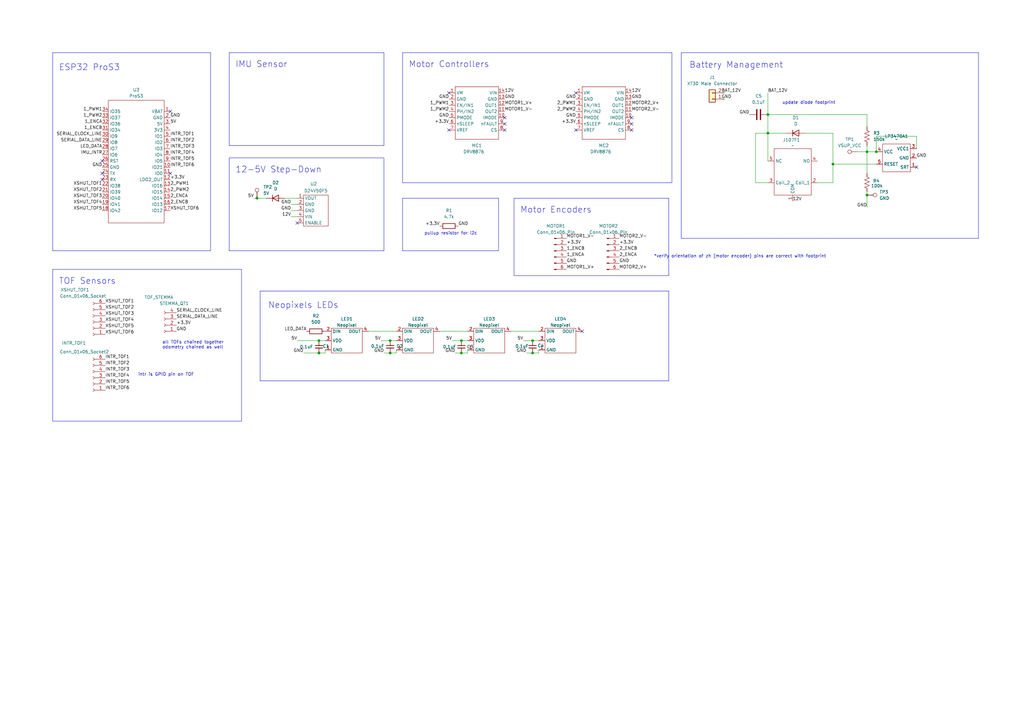
<source format=kicad_sch>
(kicad_sch (version 20231120) (generator "eeschema") (generator_version "8.0")
  (paper "A3")
  (lib_symbols
    (symbol "Bat_lib:LP3470A"
      (property "Reference" "U" (at 0 0 0))
      (symbol "LP3470A_0_1"
        (rectangle (start -5.08 -1.905) (end 6.35 -13.335))
      )
      (symbol "LP3470A_1_1"
        (pin input line (at -7.62 -3.81 0) (length 2.54) (name "SRT") (number "1"))
        (pin input line (at -7.62 -7.62 0) (length 2.54) (name "GND") (number "2"))
        (pin input line (at -7.62 -11.43 0) (length 2.54) (name "VCC1") (number "3"))
        (pin input line (at 8.89 -10.16 180) (length 2.54) (name "VCC") (number "4"))
        (pin input line (at 8.89 -5.08 180) (length 2.54) (name "RESET") (number "5"))
      )
    )
    (symbol "Connector:Conn_01x04_Socket" (pin_names (offset 1.016) hide)
      (property "Reference" "J" (at 0 5.08 0))
      (property "Value" "Conn_01x04_Socket" (at 0 -7.62 0))
      (symbol "Conn_01x04_Socket_1_1"
        (arc (start 0 -4.572) (mid -0.5058 -5.08) (end 0 -5.588) (stroke (width 0.1524)))
        (arc (start 0 -2.032) (mid -0.5058 -2.54) (end 0 -3.048) (stroke (width 0.1524)))
        (polyline (pts (xy -1.27 -5.08) (xy -0.508 -5.08)) (stroke (width 0.1524)))
        (polyline (pts (xy -1.27 -2.54) (xy -0.508 -2.54)) (stroke (width 0.1524)))
        (polyline (pts (xy -1.27 0) (xy -0.508 0)) (stroke (width 0.1524)))
        (polyline (pts (xy -1.27 2.54) (xy -0.508 2.54)) (stroke (width 0.1524)))
        (arc (start 0 0.508) (mid -0.5058 0) (end 0 -0.508) (stroke (width 0.1524)))
        (arc (start 0 3.048) (mid -0.5058 2.54) (end 0 2.032) (stroke (width 0.1524)))
        (pin passive line (at -5.08 2.54 0) (length 3.81) (name "Pin_1") (number "1"))
        (pin passive line (at -5.08 0 0) (length 3.81) (name "Pin_2") (number "2"))
        (pin passive line (at -5.08 -2.54 0) (length 3.81) (name "Pin_3") (number "3"))
        (pin passive line (at -5.08 -5.08 0) (length 3.81) (name "Pin_4") (number "4"))
      )
    )
    (symbol "Connector:Conn_01x06_Pin" (pin_names (offset 1.016) hide)
      (property "Reference" "J" (at 0 7.62 0))
      (property "Value" "Conn_01x06_Pin" (at 0 -10.16 0))
      (symbol "Conn_01x06_Pin_1_1"
        (polyline (pts (xy 1.27 -7.62) (xy 0.8636 -7.62)) (stroke (width 0.1524)))
        (polyline (pts (xy 1.27 -5.08) (xy 0.8636 -5.08)) (stroke (width 0.1524)))
        (polyline (pts (xy 1.27 -2.54) (xy 0.8636 -2.54)) (stroke (width 0.1524)))
        (polyline (pts (xy 1.27 0) (xy 0.8636 0)) (stroke (width 0.1524)))
        (polyline (pts (xy 1.27 2.54) (xy 0.8636 2.54)) (stroke (width 0.1524)))
        (polyline (pts (xy 1.27 5.08) (xy 0.8636 5.08)) (stroke (width 0.1524)))
        (rectangle (start 0.8636 -7.493) (end 0 -7.747) (stroke (width 0.1524)) (fill (type outline)))
        (rectangle (start 0.8636 -4.953) (end 0 -5.207) (stroke (width 0.1524)) (fill (type outline)))
        (rectangle (start 0.8636 -2.413) (end 0 -2.667) (stroke (width 0.1524)) (fill (type outline)))
        (rectangle (start 0.8636 0.127) (end 0 -0.127) (stroke (width 0.1524)) (fill (type outline)))
        (rectangle (start 0.8636 2.667) (end 0 2.413) (stroke (width 0.1524)) (fill (type outline)))
        (rectangle (start 0.8636 5.207) (end 0 4.953) (stroke (width 0.1524)) (fill (type outline)))
        (pin passive line (at 5.08 5.08 180) (length 3.81) (name "Pin_1") (number "1"))
        (pin passive line (at 5.08 2.54 180) (length 3.81) (name "Pin_2") (number "2"))
        (pin passive line (at 5.08 0 180) (length 3.81) (name "Pin_3") (number "3"))
        (pin passive line (at 5.08 -2.54 180) (length 3.81) (name "Pin_4") (number "4"))
        (pin passive line (at 5.08 -5.08 180) (length 3.81) (name "Pin_5") (number "5"))
        (pin passive line (at 5.08 -7.62 180) (length 3.81) (name "Pin_6") (number "6"))
      )
    )
    (symbol "Connector:Conn_01x06_Socket" (pin_names (offset 1.016) hide)
      (property "Reference" "J" (at 0 7.62 0))
      (property "Value" "Conn_01x06_Socket" (at 0 -10.16 0))
      (symbol "Conn_01x06_Socket_1_1"
        (arc (start 0 -7.112) (mid -0.5058 -7.62) (end 0 -8.128) (stroke (width 0.1524)))
        (arc (start 0 -4.572) (mid -0.5058 -5.08) (end 0 -5.588) (stroke (width 0.1524)))
        (arc (start 0 -2.032) (mid -0.5058 -2.54) (end 0 -3.048) (stroke (width 0.1524)))
        (polyline (pts (xy -1.27 -7.62) (xy -0.508 -7.62)) (stroke (width 0.1524)))
        (polyline (pts (xy -1.27 -5.08) (xy -0.508 -5.08)) (stroke (width 0.1524)))
        (polyline (pts (xy -1.27 -2.54) (xy -0.508 -2.54)) (stroke (width 0.1524)))
        (polyline (pts (xy -1.27 0) (xy -0.508 0)) (stroke (width 0.1524)))
        (polyline (pts (xy -1.27 2.54) (xy -0.508 2.54)) (stroke (width 0.1524)))
        (polyline (pts (xy -1.27 5.08) (xy -0.508 5.08)) (stroke (width 0.1524)))
        (arc (start 0 0.508) (mid -0.5058 0) (end 0 -0.508) (stroke (width 0.1524)))
        (arc (start 0 3.048) (mid -0.5058 2.54) (end 0 2.032) (stroke (width 0.1524)))
        (arc (start 0 5.588) (mid -0.5058 5.08) (end 0 4.572) (stroke (width 0.1524)))
        (pin passive line (at -5.08 5.08 0) (length 3.81) (name "Pin_1") (number "1"))
        (pin passive line (at -5.08 2.54 0) (length 3.81) (name "Pin_2") (number "2"))
        (pin passive line (at -5.08 0 0) (length 3.81) (name "Pin_3") (number "3"))
        (pin passive line (at -5.08 -2.54 0) (length 3.81) (name "Pin_4") (number "4"))
        (pin passive line (at -5.08 -5.08 0) (length 3.81) (name "Pin_5") (number "5"))
        (pin passive line (at -5.08 -7.62 0) (length 3.81) (name "Pin_6") (number "6"))
      )
    )
    (symbol "Connector:TestPoint" (pin_numbers hide) (pin_names (offset 0.762) hide)
      (property "Reference" "TP" (at 0 6.858 0))
      (property "Value" "TestPoint" (at 0 5.08 0))
      (symbol "TestPoint_0_1"
        (circle (center 0 3.302) (radius 0.762))
      )
      (symbol "TestPoint_1_1"
        (pin passive line (at 0 0 90) (length 2.54) (name "1") (number "1"))
      )
    )
    (symbol "Connector_Generic:Conn_01x02" (pin_names (offset 1.016) hide)
      (property "Reference" "J" (at 0 2.54 0))
      (property "Value" "Conn_01x02" (at 0 -5.08 0))
      (symbol "Conn_01x02_1_1"
        (rectangle (start -1.27 -2.413) (end 0 -2.667) (stroke (width 0.1524)))
        (rectangle (start -1.27 0.127) (end 0 -0.127) (stroke (width 0.1524)))
        (rectangle (start -1.27 1.27) (end 1.27 -3.81) (stroke (width 0.254)) (fill (type background)))
        (pin passive line (at -5.08 0 0) (length 3.81) (name "Pin_1") (number "1"))
        (pin passive line (at -5.08 -2.54 0) (length 3.81) (name "Pin_2") (number "2"))
      )
    )
    (symbol "Device:C" (pin_numbers hide) (pin_names (offset 0.254))
      (property "Reference" "C" (at 0.635 2.54 0))
      (property "Value" "C" (at 0.635 -2.54 0))
      (symbol "C_0_1"
        (polyline (pts (xy -2.032 -0.762) (xy 2.032 -0.762)) (stroke (width 0.508)))
        (polyline (pts (xy -2.032 0.762) (xy 2.032 0.762)) (stroke (width 0.508)))
      )
      (symbol "C_1_1"
        (pin passive line (at 0 3.81 270) (length 2.794) (name "~") (number "1"))
        (pin passive line (at 0 -3.81 90) (length 2.794) (name "~") (number "2"))
      )
    )
    (symbol "Device:C_Small" (pin_numbers hide) (pin_names (offset 0.254) hide)
      (property "Reference" "C" (at 0.254 1.778 0))
      (property "Value" "C_Small" (at 0.254 -2.032 0))
      (symbol "C_Small_0_1"
        (polyline (pts (xy -1.524 -0.508) (xy 1.524 -0.508)) (stroke (width 0.3302)))
        (polyline (pts (xy -1.524 0.508) (xy 1.524 0.508)) (stroke (width 0.3048)))
      )
      (symbol "C_Small_1_1"
        (pin passive line (at 0 2.54 270) (length 2.032) (name "~") (number "1"))
        (pin passive line (at 0 -2.54 90) (length 2.032) (name "~") (number "2"))
      )
    )
    (symbol "Device:D" (pin_numbers hide) (pin_names (offset 1.016) hide)
      (property "Reference" "D" (at 0 2.54 0))
      (property "Value" "D" (at 0 -2.54 0))
      (symbol "D_0_1"
        (polyline (pts (xy -1.27 1.27) (xy -1.27 -1.27)) (stroke (width 0.254)))
        (polyline (pts (xy 1.27 0) (xy -1.27 0)))
        (polyline (pts (xy 1.27 1.27) (xy 1.27 -1.27) (xy -1.27 0) (xy 1.27 1.27)) (stroke (width 0.254)))
      )
      (symbol "D_1_1"
        (pin passive line (at -3.81 0 0) (length 2.54) (name "K") (number "1"))
        (pin passive line (at 3.81 0 180) (length 2.54) (name "A") (number "2"))
      )
    )
    (symbol "Device:R" (pin_numbers hide) (pin_names (offset 0))
      (property "Reference" "R" (at 2.032 0 90))
      (property "Value" "R" (at 0 0 90))
      (symbol "R_0_1"
        (rectangle (start -1.016 -2.54) (end 1.016 2.54) (stroke (width 0.254)))
      )
      (symbol "R_1_1"
        (pin passive line (at 0 3.81 270) (length 1.27) (name "~") (number "1"))
        (pin passive line (at 0 -3.81 90) (length 1.27) (name "~") (number "2"))
      )
    )
    (symbol "Device:R_US" (pin_numbers hide) (pin_names (offset 0))
      (property "Reference" "R" (at 2.54 0 90))
      (property "Value" "R_US" (at -2.54 0 90))
      (symbol "R_US_0_1"
        (polyline (pts (xy 0 -2.286) (xy 0 -2.54)))
        (polyline (pts (xy 0 2.286) (xy 0 2.54)))
        (polyline (pts (xy 0 -0.762) (xy 1.016 -1.143) (xy 0 -1.524) (xy -1.016 -1.905) (xy 0 -2.286)))
        (polyline (pts (xy 0 0.762) (xy 1.016 0.381) (xy 0 0) (xy -1.016 -0.381) (xy 0 -0.762)))
        (polyline (pts (xy 0 2.286) (xy 1.016 1.905) (xy 0 1.524) (xy -1.016 1.143) (xy 0 0.762)))
      )
      (symbol "R_US_1_1"
        (pin passive line (at 0 3.81 270) (length 1.27) (name "~") (number "1"))
        (pin passive line (at 0 -3.81 90) (length 1.27) (name "~") (number "2"))
      )
    )
    (symbol "Neopixel_1"
      (property "Reference" "LED" (at 0 0 0))
      (symbol "Neopixel_1_0_1"
        (rectangle (start -6.35 -2.54) (end 6.35 -12.7))
      )
      (symbol "Neopixel_1_1_1"
        (pin input line (at -8.89 -11.43 0) (length 2.54) (name "GND") (number "1"))
        (pin input line (at -8.89 -3.81 0) (length 2.54) (name "DIN") (number "2"))
        (pin input line (at -8.89 -7.62 0) (length 2.54) (name "VDD") (number "3"))
        (pin input line (at 8.89 -3.81 180) (length 2.54) (name "DOUT") (number "4"))
      )
    )
    (symbol "board1_libs:D24V50F5"
      (property "Reference" "U" (at 0 2.54 0))
      (property "Value" "D24V50F5" (at 0 5.08 0))
      (symbol "D24V50F5_0_1"
        (rectangle (start -5.08 1.27) (end 5.08 -11.43))
      )
      (symbol "D24V50F5_1_1"
        (pin output line (at -7.62 0 0) (length 2.54) (name "VOUT") (number "1"))
        (pin output line (at -7.62 -2.54 0) (length 2.54) (name "GND") (number "2"))
        (pin output line (at -7.62 -5.08 0) (length 2.54) (name "GND") (number "3"))
        (pin input line (at -7.62 -7.62 0) (length 2.54) (name "VIN") (number "4"))
        (pin input line (at -7.62 -10.16 0) (length 2.54) (name "ENABLE") (number "5"))
      )
    )
    (symbol "board1_libs:DRV8876"
      (property "Reference" "U" (at 2.54 3.81 0))
      (property "Value" "DRV8876" (at 2.54 6.35 0))
      (symbol "DRV8876_0_1"
        (rectangle (start -10.16 -6.35) (end -10.16 -6.35))
        (rectangle (start -6.35 1.27) (end -6.35 1.27))
        (rectangle (start -6.35 1.27) (end 11.43 -20.32))
        (rectangle (start -2.54 -7.62) (end -2.54 -7.62))
        (rectangle (start -2.54 1.27) (end -2.54 1.27))
      )
      (symbol "DRV8876_1_1"
        (pin power_in line (at -8.89 -1.27 0) (length 2.54) (name "VM") (number "1"))
        (pin input line (at 13.97 -11.43 180) (length 2.54) (name "IMODE") (number "10"))
        (pin output line (at 13.97 -8.89 180) (length 2.54) (name "OUT2") (number "11"))
        (pin output line (at 13.97 -6.35 180) (length 2.54) (name "OUT1") (number "12"))
        (pin power_out line (at 13.97 -3.81 180) (length 2.54) (name "GND") (number "13"))
        (pin power_in line (at 13.97 -1.27 180) (length 2.54) (name "VIN") (number "14"))
        (pin power_out line (at -8.89 -3.81 0) (length 2.54) (name "GND") (number "2"))
        (pin input line (at -8.89 -6.35 0) (length 2.54) (name "EN/IN1") (number "3"))
        (pin input line (at -8.89 -8.89 0) (length 2.54) (name "PH/IN2") (number "4"))
        (pin input line (at -8.89 -11.43 0) (length 2.54) (name "PMODE") (number "5"))
        (pin input line (at -8.89 -13.97 0) (length 2.54) (name "nSLEEP") (number "6"))
        (pin input line (at -8.89 -16.51 0) (length 2.54) (name "VREF") (number "7"))
        (pin input line (at 13.97 -16.51 180) (length 2.54) (name "CS") (number "8"))
        (pin open_emitter line (at 13.97 -13.97 180) (length 2.54) (name "nFAULT") (number "9"))
      )
    )
    (symbol "board1_libs:J107F"
      (property "Reference" "J107F1" (at 0 -24.13 0))
      (property "Value" "~" (at 0 -24.13 0))
      (symbol "J107F_0_1"
        (rectangle (start -7.62 -3.81) (end 7.62 -22.86))
      )
      (symbol "J107F_1_1"
        (pin input line (at 0 -1.27 270) (length 2.54) (name "COM") (number "1"))
        (pin input line (at -10.16 -8.89 0) (length 2.54) (name "Coil_1") (number "2"))
        (pin input line (at 10.16 -8.89 180) (length 2.54) (name "Coil_2") (number "3"))
        (pin input line (at -10.16 -17.78 0) (length 2.54) (name "NO") (number "4"))
        (pin input line (at 10.16 -17.78 180) (length 2.54) (name "NC") (number "5"))
      )
    )
    (symbol "board1_libs:Neopixel"
      (property "Reference" "LED" (at 0 0 0))
      (symbol "Neopixel_0_1"
        (rectangle (start -6.35 -2.54) (end 6.35 -12.7))
      )
      (symbol "Neopixel_1_1"
        (pin input line (at -8.89 -11.43 0) (length 2.54) (name "GND") (number "1"))
        (pin input line (at -8.89 -3.81 0) (length 2.54) (name "DIN") (number "2"))
        (pin input line (at -8.89 -7.62 0) (length 2.54) (name "VDD") (number "3"))
        (pin input line (at 8.89 -3.81 180) (length 2.54) (name "DOUT") (number "4"))
      )
    )
    (symbol "board1_libs:ProS3"
      (property "Reference" "U" (at 0 -28.956 0))
      (property "Value" "ProS3" (at -0.508 27.178 0))
      (symbol "ProS3_0_1"
        (rectangle (start -11.43 24.892) (end 11.43 -25.4) (stroke (width 0.1524)))
      )
      (symbol "ProS3_1_1"
        (pin power_in line (at 13.97 20.32 180) (length 2.54) (name "VBAT") (number "1"))
        (pin bidirectional line (at 13.97 -2.54 180) (length 2.54) (name "IO21") (number "10"))
        (pin bidirectional line (at 13.97 -5.08 180) (length 2.54) (name "IO0") (number "11"))
        (pin power_out line (at 13.97 -7.62 180) (length 2.54) (name "LDO2_OUT") (number "12"))
        (pin bidirectional line (at 13.97 -10.16 180) (length 2.54) (name "IO16") (number "13"))
        (pin bidirectional line (at 13.97 -12.7 180) (length 2.54) (name "IO15") (number "14"))
        (pin bidirectional line (at 13.97 -15.24 180) (length 2.54) (name "IO14") (number "15"))
        (pin bidirectional line (at 13.97 -17.78 180) (length 2.54) (name "IO13") (number "16"))
        (pin bidirectional line (at 13.97 -20.32 180) (length 2.54) (name "IO12") (number "17"))
        (pin bidirectional line (at -13.97 -20.32 0) (length 2.54) (name "IO42") (number "18"))
        (pin bidirectional line (at -13.97 -17.78 0) (length 2.54) (name "IO41") (number "19"))
        (pin power_in line (at 13.97 17.78 180) (length 2.54) (name "GND") (number "2"))
        (pin bidirectional line (at -13.97 -15.24 0) (length 2.54) (name "IO40") (number "20"))
        (pin bidirectional line (at -13.97 -12.7 0) (length 2.54) (name "IO39") (number "21"))
        (pin bidirectional line (at -13.97 -10.16 0) (length 2.54) (name "IO38") (number "22"))
        (pin bidirectional line (at -13.97 -7.62 0) (length 2.54) (name "RX") (number "23"))
        (pin bidirectional line (at -13.97 -5.08 0) (length 2.54) (name "TX") (number "24"))
        (pin power_in line (at -13.97 -2.54 0) (length 2.54) (name "GND") (number "25"))
        (pin input line (at -13.97 0 0) (length 2.54) (name "RST") (number "26"))
        (pin bidirectional line (at -13.97 2.54 0) (length 2.54) (name "IO6") (number "27"))
        (pin bidirectional line (at -13.97 5.08 0) (length 2.54) (name "IO7") (number "28"))
        (pin bidirectional line (at -13.97 7.62 0) (length 2.54) (name "IO8") (number "29"))
        (pin power_in line (at 13.97 15.24 180) (length 2.54) (name "5V") (number "3"))
        (pin bidirectional line (at -13.97 10.16 0) (length 2.54) (name "IO9") (number "30"))
        (pin bidirectional line (at -13.97 12.7 0) (length 2.54) (name "IO34") (number "31"))
        (pin bidirectional line (at -13.97 15.24 0) (length 2.54) (name "IO36") (number "32"))
        (pin bidirectional line (at -13.97 17.78 0) (length 2.54) (name "IO37") (number "33"))
        (pin bidirectional line (at -13.97 20.32 0) (length 2.54) (name "IO35") (number "34"))
        (pin power_in line (at 13.97 12.7 180) (length 2.54) (name "3V3") (number "4"))
        (pin bidirectional line (at 13.97 10.16 180) (length 2.54) (name "IO1") (number "5"))
        (pin bidirectional line (at 13.97 7.62 180) (length 2.54) (name "IO2") (number "6"))
        (pin bidirectional line (at 13.97 5.08 180) (length 2.54) (name "IO3") (number "7"))
        (pin bidirectional line (at 13.97 2.54 180) (length 2.54) (name "IO4") (number "8"))
        (pin bidirectional line (at 13.97 0 180) (length 2.54) (name "IO5") (number "9"))
      )
    )
  )
  (junction (at 189.23 139.7))
  (junction (at 160.02 139.7))
  (junction (at 355.6 80.01))
  (junction (at 105.41 81.28))
  (junction (at 218.44 139.7))
  (junction (at 355.6 62.23))
  (junction (at 314.96 54.61))
  (junction (at 341.63 67.31))
  (junction (at 359.41 62.23))
  (junction (at 130.81 144.78))
  (junction (at 218.44 144.78))
  (junction (at 130.81 139.7))
  (junction (at 189.23 144.78))
  (junction (at 160.02 144.78))
  (junction (at 314.96 46.99))
  (no_connect (at 69.85 45.72))
  (no_connect (at 259.08 48.26))
  (no_connect (at 236.22 38.1))
  (no_connect (at 184.15 38.1))
  (no_connect (at 41.91 71.12))
  (no_connect (at 69.85 71.12))
  (no_connect (at 207.01 50.8))
  (no_connect (at 207.01 48.26))
  (no_connect (at 207.01 53.34))
  (no_connect (at 259.08 53.34))
  (no_connect (at 121.92 91.44))
  (no_connect (at 41.91 66.04))
  (no_connect (at 238.76 135.89))
  (no_connect (at 184.15 53.34))
  (no_connect (at 41.91 73.66))
  (no_connect (at 236.22 53.34))
  (no_connect (at 375.92 68.58))
  (no_connect (at 259.08 50.8))
  (wire (pts (xy 162.56 144.78) (xy 162.56 143.51)))
  (wire (pts (xy 133.35 144.78) (xy 133.35 143.51)))
  (wire (pts (xy 209.55 135.89) (xy 220.98 135.89)))
  (wire (pts (xy 355.6 80.01) (xy 355.6 78.74)))
  (wire (pts (xy 218.44 139.7) (xy 220.98 139.7)))
  (wire (pts (xy 309.88 54.61) (xy 314.96 54.61)))
  (wire (pts (xy 121.92 139.7) (xy 130.81 139.7)))
  (wire (pts (xy 341.63 54.61) (xy 341.63 67.31)))
  (wire (pts (xy 121.92 86.36) (xy 119.38 86.36)))
  (wire (pts (xy 314.96 74.93) (xy 309.88 74.93)))
  (wire (pts (xy 341.63 67.31) (xy 359.41 67.31)))
  (wire (pts (xy 297.18 40.64) (xy 295.91 40.64)))
  (wire (pts (xy 330.2 54.61) (xy 341.63 54.61)))
  (wire (pts (xy 375.92 60.96) (xy 375.92 55.88)))
  (wire (pts (xy 121.92 83.82) (xy 119.38 83.82)))
  (wire (pts (xy 121.92 88.9) (xy 119.38 88.9)))
  (wire (pts (xy 215.9 144.78) (xy 218.44 144.78)))
  (wire (pts (xy 116.84 81.28) (xy 121.92 81.28)))
  (wire (pts (xy 214.63 139.7) (xy 218.44 139.7)))
  (wire (pts (xy 191.77 144.78) (xy 191.77 143.51)))
  (wire (pts (xy 156.21 139.7) (xy 160.02 139.7)))
  (wire (pts (xy 151.13 135.89) (xy 162.56 135.89)))
  (wire (pts (xy 160.02 139.7) (xy 162.56 139.7)))
  (wire (pts (xy 355.6 59.69) (xy 355.6 62.23)))
  (wire (pts (xy 297.18 38.1) (xy 295.91 38.1)))
  (wire (pts (xy 189.23 139.7) (xy 191.77 139.7)))
  (wire (pts (xy 309.88 74.93) (xy 309.88 54.61)))
  (wire (pts (xy 220.98 144.78) (xy 220.98 143.51)))
  (wire (pts (xy 314.96 46.99) (xy 355.6 46.99)))
  (wire (pts (xy 186.69 144.78) (xy 189.23 144.78)))
  (wire (pts (xy 355.6 85.09) (xy 355.6 80.01)))
  (wire (pts (xy 157.48 144.78) (xy 160.02 144.78)))
  (wire (pts (xy 130.81 144.78) (xy 133.35 144.78)))
  (wire (pts (xy 124.46 144.78) (xy 130.81 144.78)))
  (wire (pts (xy 104.14 81.28) (xy 105.41 81.28)))
  (wire (pts (xy 355.6 46.99) (xy 355.6 52.07)))
  (wire (pts (xy 189.23 144.78) (xy 191.77 144.78)))
  (wire (pts (xy 341.63 74.93) (xy 335.28 74.93)))
  (wire (pts (xy 314.96 46.99) (xy 314.96 54.61)))
  (wire (pts (xy 351.79 62.23) (xy 355.6 62.23)))
  (wire (pts (xy 355.6 62.23) (xy 359.41 62.23)))
  (wire (pts (xy 218.44 144.78) (xy 220.98 144.78)))
  (wire (pts (xy 314.96 54.61) (xy 322.58 54.61)))
  (wire (pts (xy 180.34 135.89) (xy 191.77 135.89)))
  (wire (pts (xy 314.96 54.61) (xy 314.96 66.04)))
  (wire (pts (xy 130.81 139.7) (xy 133.35 139.7)))
  (wire (pts (xy 185.42 139.7) (xy 189.23 139.7)))
  (wire (pts (xy 375.92 55.88) (xy 359.41 55.88)))
  (wire (pts (xy 105.41 81.28) (xy 109.22 81.28)))
  (wire (pts (xy 355.6 62.23) (xy 355.6 71.12)))
  (wire (pts (xy 160.02 144.78) (xy 162.56 144.78)))
  (wire (pts (xy 359.41 55.88) (xy 359.41 62.23)))
  (wire (pts (xy 341.63 67.31) (xy 341.63 74.93)))
  (wire (pts (xy 314.96 38.1) (xy 314.96 46.99)))
  (rectangle (start 165.1 81.28) (end 204.47 102.87))
  (rectangle (start 165.1 21.59) (end 275.59 74.93))
  (rectangle (start 93.98 64.77) (end 157.48 102.87))
  (rectangle (start 21.59 21.59) (end 86.36 102.87))
  (rectangle (start 279.4 21.59) (end 401.32 97.79))
  (rectangle (start 106.68 119.38) (end 274.32 156.21))
  (rectangle (start 21.59 110.49) (end 99.06 172.72))
  (rectangle (start 210.82 81.28) (end 274.32 113.03))
  (rectangle (start 93.98 21.59) (end 157.48 59.69))
  (text "ESP32 ProS3\n" (at 24.13 29.21 0) (effects (font (size 2.5 2.5)) (justify left bottom)))
  (text "pullup resistor for i2c\n" (at 173.99 96.52 0) (effects (font (size 1.27 1.27)) (justify left bottom)))
  (text "update diode footprint" (at 331.724 42.164 0) (effects (font (size 1.27 1.27))))
  (text "intr is GPIO pin on TOF\n" (at 56.642 154.432 0) (effects (font (size 1.27 1.27)) (justify left bottom)))
  (text "Motor Encoders " (at 213.36 87.63 0) (effects (font (size 2.5 2.5)) (justify left bottom)))
  (text "all TOFs chained together\nodometry chained as well\n\n" (at 66.548 145.288 0) (effects (font (size 1.27 1.27)) (justify left bottom)))
  (text "IMU Sensor" (at 96.52 27.94 0) (effects (font (size 2.5 2.5)) (justify left bottom)))
  (text "12-5V Step-Down" (at 96.52 71.12 0) (effects (font (size 2.5 2.5)) (justify left bottom)))
  (text "Battery Management\n" (at 282.702 28.194 0) (effects (font (size 2.5 2.5)) (justify left bottom)))
  (text "*verify orientation of zh (motor encoder) pins are correct with footprint\n" (at 303.53 105.156 0) (effects (font (size 1.27 1.27))))
  (text "TOF Sensors \n" (at 24.13 116.84 0) (effects (font (size 2.5 2.5)) (justify left bottom)))
  (text "Motor Controllers" (at 167.64 27.94 0) (effects (font (size 2.5 2.5)) (justify left bottom)))
  (text "Neopixels LEDs" (at 109.982 126.746 0) (effects (font (size 2.5 2.5)) (justify left bottom)))
  (label "+3.3V" (at 184.15 50.8 180))
  (label "MOTOR1_V-" (at 207.01 45.72 0))
  (label "5V" (at 214.63 139.7 180))
  (label "BAT_12V" (at 295.91 38.1 0))
  (label "GND" (at 186.69 144.78 180))
  (label "1_PWM1" (at 41.91 45.72 180))
  (label "INTR_TOF1" (at 43.18 147.32 0))
  (label "GND" (at 295.91 40.64 0))
  (label "XSHUT_TOF6" (at 69.85 86.36 0))
  (label "GND" (at 119.38 86.36 180))
  (label "12V" (at 325.12 82.55 0))
  (label "+3.3V" (at 254 100.33 0))
  (label "GND" (at 236.22 48.26 180))
  (label "MOTOR2_V+" (at 259.08 43.18 0))
  (label "+3.3V" (at 72.39 133.35 0))
  (label "INTR_TOF4" (at 69.85 63.5 0))
  (label "INTR_TOF5" (at 43.18 157.48 0))
  (label "12V" (at 207.01 38.1 0))
  (label "+3.3V" (at 232.41 100.33 0))
  (label "XSHUT_TOF2" (at 43.18 127 0))
  (label "GND" (at 72.39 135.89 0))
  (label "+3.3V" (at 180.34 92.71 180))
  (label "MOTOR2_V-" (at 254 97.79 0))
  (label "+3.3V" (at 236.22 50.8 180))
  (label "GND" (at 232.41 107.95 0))
  (label "INTR_TOF2" (at 69.85 58.42 0))
  (label "1_ENCB" (at 232.41 102.87 0))
  (label "GND" (at 184.15 48.26 180))
  (label "5V" (at 185.42 139.7 180))
  (label "XSHUT_TOF6" (at 43.18 137.16 0))
  (label "XSHUT_TOF3" (at 41.91 81.28 180))
  (label "GND" (at 236.22 40.64 180))
  (label "1_PWM2" (at 41.91 48.26 180))
  (label "MOTOR1_V-" (at 232.41 97.79 0))
  (label "XSHUT_TOF2" (at 41.91 78.74 180))
  (label "XSHUT_TOF1" (at 41.91 76.2 180))
  (label "2_PWM2" (at 236.22 45.72 180))
  (label "IMU_INTR" (at 41.91 63.5 180))
  (label "1_PWM1" (at 184.15 43.18 180))
  (label "12V" (at 259.08 38.1 0))
  (label "GND" (at 157.48 144.78 180))
  (label "GND" (at 307.34 46.99 180))
  (label "GND" (at 355.6 85.09 180))
  (label "MOTOR1_V+" (at 207.01 43.18 0))
  (label "BAT_12V" (at 314.96 38.1 0))
  (label "SERIAL_CLOCK_LINE" (at 41.91 55.88 180))
  (label "INTR_TOF6" (at 69.85 68.58 0))
  (label "GND" (at 259.08 40.64 0))
  (label "GND" (at 375.92 64.77 0))
  (label "GND" (at 69.85 48.26 0))
  (label "MOTOR2_V-" (at 259.08 45.72 0))
  (label "12V" (at 119.38 88.9 180))
  (label "XSHUT_TOF5" (at 43.18 134.62 0))
  (label "+3.3V" (at 69.85 73.66 0))
  (label "LED_DATA" (at 41.91 60.96 180))
  (label "GND" (at 207.01 40.64 0))
  (label "INTR_TOF3" (at 43.18 152.4 0))
  (label "XSHUT_TOF4" (at 43.18 132.08 0))
  (label "5V" (at 121.92 139.7 180))
  (label "SERIAL_DATA_LINE" (at 72.39 130.81 0))
  (label "5V" (at 156.21 139.7 180))
  (label "GND" (at 41.91 68.58 180))
  (label "MOTOR1_V+" (at 232.41 110.49 0))
  (label "MOTOR2_V+" (at 254 110.49 0))
  (label "INTR_TOF5" (at 69.85 66.04 0))
  (label "GND" (at 119.38 83.82 180))
  (label "1_PWM2" (at 184.15 45.72 180))
  (label "SERIAL_DATA_LINE" (at 41.91 58.42 180))
  (label "GND" (at 184.15 40.64 180))
  (label "XSHUT_TOF3" (at 43.18 129.54 0))
  (label "INTR_TOF6" (at 43.18 160.02 0))
  (label "5V" (at 104.14 81.28 180))
  (label "2_PWM1" (at 69.85 76.2 0))
  (label "GND" (at 215.9 144.78 180))
  (label "GND" (at 254 107.95 0))
  (label "1_ENCA" (at 41.91 50.8 180))
  (label "2_ENCA" (at 254 105.41 0))
  (label "2_ENCA" (at 69.85 81.28 0))
  (label "5V" (at 69.85 50.8 0))
  (label "GND" (at 187.96 92.71 0))
  (label "INTR_TOF2" (at 43.18 149.86 0))
  (label "INTR_TOF3" (at 69.85 60.96 0))
  (label "XSHUT_TOF4" (at 41.91 83.82 180))
  (label "XSHUT_TOF1" (at 43.18 124.46 0))
  (label "1_ENCB" (at 41.91 53.34 180))
  (label "INTR_TOF4" (at 43.18 154.94 0))
  (label "LED_DATA" (at 125.73 135.89 180))
  (label "GND" (at 124.46 144.78 180))
  (label "SERIAL_CLOCK_LINE" (at 72.39 128.27 0))
  (label "2_PWM2" (at 69.85 78.74 0))
  (label "1_ENCA" (at 232.41 105.41 0))
  (label "2_ENCB" (at 254 102.87 0))
  (label "XSHUT_TOF5" (at 41.91 86.36 180))
  (label "INTR_TOF1" (at 69.85 55.88 0))
  (label "2_PWM1" (at 236.22 43.18 180))
  (label "2_ENCB" (at 69.85 83.82 0))
  (symbol (lib_id "Connector:TestPoint") (at 105.41 81.28 0) (unit 1)
    (property "Reference" "TP2" (at 107.95 76.7079 0) (effects (justify left)))
    (property "Value" "5V" (at 107.95 79.2479 0) (effects (justify left)))
    (property "Footprint" "Connector_PinHeader_2.54mm:PinHeader_1x01_P2.54mm_Vertical" (effects (hide yes)))
    (property "Description" "test point" (effects (hide yes)))
  )
  (symbol (lib_id "Device:C_Small") (at 130.81 142.24 0) (unit 1)
    (property "Reference" "C1" (at 132.334 141.986 0) (effects (justify left)))
    (property "Value" "0.1uF" (at 122.936 142.24 0) (effects (justify left)))
    (property "Footprint" "Capacitor_SMD:C_0805_2012Metric_Pad1.18x1.45mm_HandSolder" (effects (hide yes)))
    (property "Description" "Unpolarized capacitor, small symbol" (effects (hide yes)))
  )
  (symbol (lib_id "Device:C_Small") (at 160.02 142.24 0) (unit 1)
    (property "Reference" "C2" (at 162.56 141.986 0) (effects (justify left)))
    (property "Value" "0.1uF" (at 152.146 141.986 0) (effects (justify left)))
    (property "Footprint" "Capacitor_SMD:C_0805_2012Metric_Pad1.18x1.45mm_HandSolder" (effects (hide yes)))
    (property "Description" "Unpolarized capacitor, small symbol" (effects (hide yes)))
  )
  (symbol (lib_id "Device:R") (at 129.54 135.89 90) (unit 1)
    (property "Reference" "R2" (at 129.54 129.54 90))
    (property "Value" "500" (at 129.54 132.08 90))
    (property "Footprint" "Resistor_SMD:R_0805_2012Metric_Pad1.20x1.40mm_HandSolder" (effects (hide yes)))
  )
  (symbol (lib_id "Device:R_US") (at 355.6 74.93 0) (unit 1)
    (property "Reference" "R4" (at 359.41 74.168 0))
    (property "Value" "100k" (at 359.664 76.2 0))
    (property "Footprint" "Resistor_SMD:R_0805_2012Metric_Pad1.20x1.40mm_HandSolder" (effects (hide yes)))
    (property "Description" "Resistor, US symbol" (effects (hide yes)))
  )
  (symbol (lib_id "board1_libs:ProS3") (at 55.88 66.04 0) (unit 1)
    (property "Reference" "U3" (at 55.88 36.83 0))
    (property "Value" "ProS3" (at 55.88 39.37 0))
    (property "Footprint" "board1_footprints:ProS3_TH (1)" (effects (hide yes)))
  )
  (symbol (lib_id "board1_libs:J107F") (at 325.12 83.82 180) (unit 1)
    (property "Reference" "J107F1" (at 324.612 57.404 0))
    (property "Value" "~" (at 325.12 59.69 0))
    (property "Footprint" "board1_footprints:J107" (effects (hide yes)))
  )
  (symbol (lib_id "Device:R_US") (at 355.6 55.88 0) (unit 1)
    (property "Reference" "R3" (at 358.14 54.6099 0) (effects (justify left)))
    (property "Value" "150k" (at 358.14 57.15 0) (effects (justify left)))
    (property "Footprint" "Resistor_SMD:R_0805_2012Metric_Pad1.20x1.40mm_HandSolder" (effects (hide yes)))
    (property "Description" "Resistor, US symbol" (effects (hide yes)))
  )
  (symbol (lib_id "Connector_Generic:Conn_01x02") (at 292.1 40.64 180) (unit 1)
    (property "Reference" "J1" (at 292.1 31.75 0))
    (property "Value" "XT30 Male Connector" (at 292.1 34.29 0))
    (property "Footprint" "Connector_AMASS:AMASS_XT30U-M_1x02_P5.0mm_Vertical" (effects (hide yes)))
  )
  (symbol (lib_id "Bat_lib:LP3470A") (at 368.3 72.39 180) (unit 1)
    (property "Reference" "LP3470A1" (at 367.665 55.88 0))
    (property "Value" "~" (at 367.665 57.15 0))
    (property "Footprint" "Package_TO_SOT_SMD:SOT-23-5" (effects (hide yes)))
  )
  (symbol (lib_id "Device:R") (at 184.15 92.71 90) (unit 1)
    (property "Reference" "R1" (at 184.15 86.36 90))
    (property "Value" "4.7k" (at 184.15 88.9 90))
    (property "Footprint" "Resistor_SMD:R_0805_2012Metric_Pad1.20x1.40mm_HandSolder" (effects (hide yes)))
  )
  (symbol (lib_id "board1_libs:DRV8876") (at 193.04 36.83 0) (unit 1)
    (property "Reference" "MC1" (at 195.58 59.69 0))
    (property "Value" "DRV8876" (at 194.31 62.23 0))
    (property "Footprint" "board1_footprints:DRV8876" (effects (hide yes)))
  )
  (symbol (lib_id "board1_libs:Neopixel") (at 200.66 132.08 0) (unit 1)
    (property "Reference" "LED3" (at 200.66 130.81 0))
    (property "Value" "Neopixel" (at 200.66 133.35 0))
    (property "Footprint" "board1_footprints:Neopixel" (effects (hide yes)))
  )
  (symbol (lib_id "board1_libs:D24V50F5") (at 129.54 81.28 0) (unit 1)
    (property "Reference" "U2" (at 127.254 75.438 0) (effects (justify left)))
    (property "Value" "D24V50F5" (at 124.714 78.232 0) (effects (justify left)))
    (property "Footprint" "Connector_PinHeader_2.54mm:PinHeader_1x05_P2.54mm_Vertical" (effects (hide yes)))
  )
  (symbol (lib_id "Connector:TestPoint") (at 355.6 80.01 270) (unit 1)
    (property "Reference" "TP3" (at 360.68 78.7399 90) (effects (justify left)))
    (property "Value" "GND" (at 360.68 81.2799 90) (effects (justify left)))
    (property "Footprint" "Connector_PinHeader_2.54mm:PinHeader_1x01_P2.54mm_Vertical" (effects (hide yes)))
    (property "Description" "test point" (effects (hide yes)))
  )
  (symbol (lib_id "Device:C_Small") (at 218.44 142.24 0) (unit 1)
    (property "Reference" "C4" (at 220.472 141.732 0) (effects (justify left)))
    (property "Value" "0.1uF" (at 211.328 141.986 0) (effects (justify left)))
    (property "Footprint" "Capacitor_SMD:C_0805_2012Metric_Pad1.18x1.45mm_HandSolder" (effects (hide yes)))
    (property "Description" "Unpolarized capacitor, small symbol" (effects (hide yes)))
  )
  (symbol (lib_id "Device:D") (at 113.03 81.28 0) (unit 1)
    (property "Reference" "D2" (at 113.03 74.93 0))
    (property "Value" "D" (at 113.03 77.47 0))
    (property "Footprint" "board1_footprints:SOD-123FL" (effects (hide yes)))
    (property "Description" "Diode" (effects (hide yes)))
    (property "Sim.Device" "D" (effects (hide yes)))
    (property "Sim.Pins" "1=K 2=A" (effects (hide yes)))
  )
  (symbol (lib_id "Connector:Conn_01x04_Socket") (at 67.31 133.35 180) (unit 1)
    (property "Reference" "STEMMA_QT1" (at 77.47 124.46 0) (effects (justify left)))
    (property "Value" "TOF_STEMMA" (at 71.12 121.92 0) (effects (justify left)))
    (property "Footprint" "Connector_JST:JST_SH_SM04B-SRSS-TB_1x04-1MP_P1.00mm_Horizontal" (effects (hide yes)))
  )
  (symbol (lib_id "Connector:Conn_01x06_Pin") (at 227.33 102.87 0) (unit 1)
    (property "Reference" "MOTOR1" (at 227.965 92.71 0))
    (property "Value" "Conn_01x06_Pin" (at 227.965 95.25 0))
    (property "Footprint" "board1_footprints:ZH1.5-6" (effects (hide yes)))
  )
  (symbol (lib_id "Connector:Conn_01x06_Pin") (at 248.92 102.87 0) (unit 1)
    (property "Reference" "MOTOR2" (at 249.555 92.71 0))
    (property "Value" "Conn_01x06_Pin" (at 249.555 95.25 0))
    (property "Footprint" "board1_footprints:ZH1.5-6" (effects (hide yes)))
  )
  (symbol (lib_id "Device:C_Small") (at 189.23 142.24 0) (unit 1)
    (property "Reference" "C3" (at 191.516 142.24 0) (effects (justify left)))
    (property "Value" "0.1uF" (at 181.61 142.24 0) (effects (justify left)))
    (property "Footprint" "Capacitor_SMD:C_0805_2012Metric_Pad1.18x1.45mm_HandSolder" (effects (hide yes)))
    (property "Description" "Unpolarized capacitor, small symbol" (effects (hide yes)))
  )
  (symbol (lib_id "Connector:Conn_01x06_Socket") (at 38.1 154.94 180) (unit 1)
    (property "Reference" "INTR_TOF1" (at 35.306 140.716 0) (effects (justify left)))
    (property "Value" "Conn_01x06_Socket2" (at 44.704 144.272 0) (effects (justify left)))
    (property "Footprint" "Connector_PinHeader_2.54mm:PinHeader_1x06_P2.54mm_Vertical" (effects (hide yes)))
    (property "Description" "Generic connector, single row, 01x06, script generated" (effects (hide yes)))
  )
  (symbol (lib_id "board1_libs:Neopixel") (at 171.45 132.08 0) (unit 1)
    (property "Reference" "LED2" (at 171.45 130.81 0))
    (property "Value" "Neopixel" (at 171.45 133.35 0))
    (property "Footprint" "board1_footprints:Neopixel" (effects (hide yes)))
  )
  (symbol (lib_name "Neopixel_1") (lib_id "board1_libs:Neopixel") (at 142.24 132.08 0) (unit 1)
    (property "Reference" "LED1" (at 142.24 130.81 0))
    (property "Value" "Neopixel" (at 142.24 133.35 0))
    (property "Footprint" "board1_footprints:Neopixel" (effects (hide yes)))
  )
  (symbol (lib_id "board1_libs:DRV8876") (at 245.11 36.83 0) (unit 1)
    (property "Reference" "MC2" (at 247.65 59.69 0))
    (property "Value" "DRV8876" (at 246.38 62.23 0))
    (property "Footprint" "board1_footprints:DRV8876" (effects (hide yes)))
  )
  (symbol (lib_id "Connector:TestPoint") (at 351.79 62.23 90) (unit 1)
    (property "Reference" "TP1" (at 348.488 57.15 90))
    (property "Value" "VSUP_VCC" (at 348.488 59.69 90))
    (property "Footprint" "Connector_PinHeader_2.54mm:PinHeader_1x01_P2.54mm_Vertical" (effects (hide yes)))
    (property "Description" "test point" (effects (hide yes)))
  )
  (symbol (lib_id "Device:D") (at 326.39 54.61 0) (unit 1)
    (property "Reference" "D1" (at 326.39 48.26 0))
    (property "Value" "D" (at 326.39 50.8 0))
    (property "Footprint" "board1_footprints:SOD-123FL" (effects (hide yes)))
    (property "Description" "Diode" (effects (hide yes)))
    (property "Sim.Device" "D" (effects (hide yes)))
    (property "Sim.Pins" "1=K 2=A" (effects (hide yes)))
  )
  (symbol (lib_id "Connector:Conn_01x06_Socket") (at 38.1 132.08 180) (unit 1)
    (property "Reference" "XSHUT_TOF1" (at 30.734 118.872 0))
    (property "Value" "Conn_01x06_Socket" (at 34.036 121.412 0))
    (property "Footprint" "Connector_PinHeader_2.54mm:PinHeader_1x06_P2.54mm_Vertical" (effects (hide yes)))
    (property "Description" "Generic connector, single row, 01x06, script generated" (effects (hide yes)))
  )
  (symbol (lib_id "board1_libs:Neopixel") (at 229.87 132.08 0) (unit 1)
    (property "Reference" "LED4" (at 229.87 130.81 0))
    (property "Value" "Neopixel" (at 229.87 133.35 0))
    (property "Footprint" "board1_footprints:Neopixel" (effects (hide yes)))
  )
  (symbol (lib_id "Device:C") (at 311.15 46.99 90) (unit 1)
    (property "Reference" "C5" (at 311.15 39.37 90))
    (property "Value" "0.1uF" (at 311.15 41.91 90))
    (property "Footprint" "Capacitor_SMD:C_0805_2012Metric_Pad1.18x1.45mm_HandSolder" (effects (hide yes)))
    (property "Description" "Unpolarized capacitor" (effects (hide yes)))
  )
)
</source>
